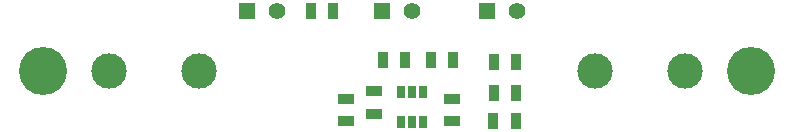
<source format=gts>
G04 (created by PCBNEW (2013-07-07 BZR 4022)-stable) date 3/21/2015 2:07:51 PM*
%MOIN*%
G04 Gerber Fmt 3.4, Leading zero omitted, Abs format*
%FSLAX34Y34*%
G01*
G70*
G90*
G04 APERTURE LIST*
%ADD10C,0.00590551*%
%ADD11R,0.0276X0.0394*%
%ADD12R,0.035X0.055*%
%ADD13R,0.055X0.035*%
%ADD14R,0.055X0.055*%
%ADD15C,0.055*%
%ADD16C,0.11811*%
%ADD17C,0.16*%
G04 APERTURE END LIST*
G54D10*
G54D11*
X83125Y-58200D03*
X83500Y-58200D03*
X83875Y-58200D03*
X83875Y-59200D03*
X83500Y-59200D03*
X83125Y-59200D03*
G54D12*
X84875Y-57150D03*
X84125Y-57150D03*
X83275Y-57150D03*
X82525Y-57150D03*
G54D13*
X84850Y-58425D03*
X84850Y-59175D03*
X81300Y-58425D03*
X81300Y-59175D03*
X82250Y-58175D03*
X82250Y-58925D03*
G54D12*
X80125Y-55500D03*
X80875Y-55500D03*
G54D14*
X82500Y-55500D03*
G54D15*
X83500Y-55500D03*
G54D14*
X86000Y-55500D03*
G54D15*
X87000Y-55500D03*
G54D14*
X78000Y-55500D03*
G54D15*
X79000Y-55500D03*
G54D12*
X86975Y-57200D03*
X86225Y-57200D03*
G54D16*
X76400Y-57500D03*
X73400Y-57500D03*
X89600Y-57500D03*
X92600Y-57500D03*
G54D12*
X86975Y-58250D03*
X86225Y-58250D03*
X86964Y-59159D03*
X86214Y-59159D03*
G54D17*
X71200Y-57500D03*
X94800Y-57500D03*
M02*

</source>
